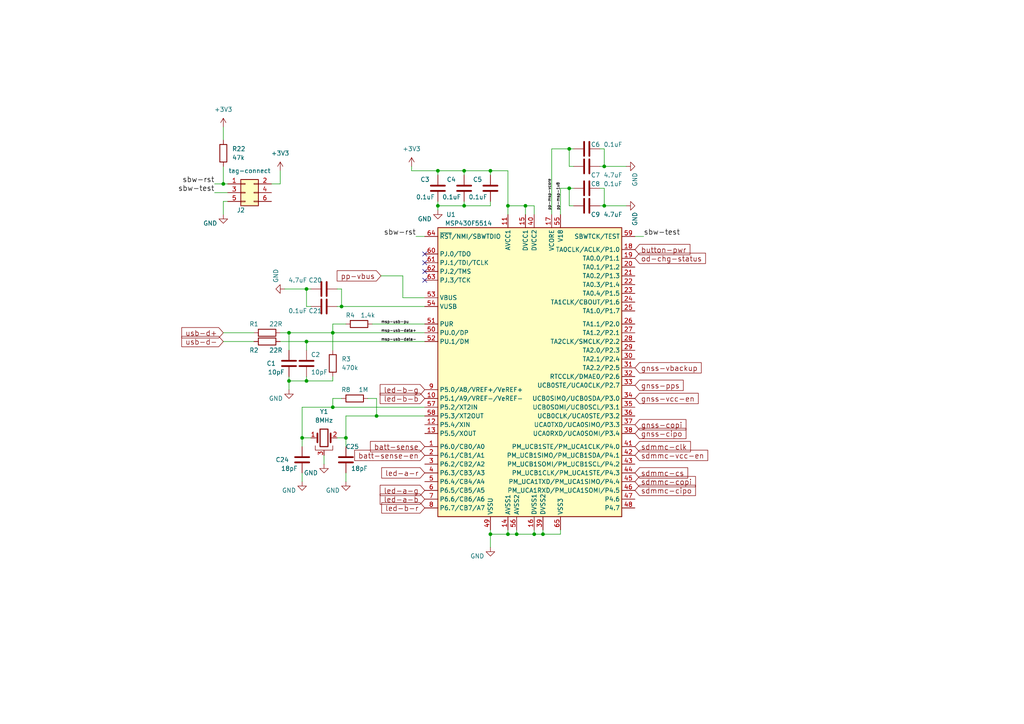
<source format=kicad_sch>
(kicad_sch (version 20211123) (generator eeschema)
  (paper "A4")
  (title_block (title "gps-logger") (date "2022-02-14") (rev "v2.3.a") (company "Greg Davill") (comment 4 "Simple GPS logger with low power features"))
  (lib_symbols
    (symbol "Connector_Generic:Conn_02x03_Odd_Even" (pin_names (offset 1.016) hide)
      (property "Reference" "J" (at 1.27 5.08 0))
      (property "Value" "Conn_02x03_Odd_Even" (at 1.27 -5.08 0))
      (symbol "Conn_02x03_Odd_Even_1_1"
        (rectangle (start -1.27 -2.413) (end 0 -2.667) (stroke (width 0.1524)))
        (rectangle (start -1.27 0.127) (end 0 -0.127) (stroke (width 0.1524)))
        (rectangle (start -1.27 2.667) (end 0 2.413) (stroke (width 0.1524)))
        (rectangle (start -1.27 3.81) (end 3.81 -3.81) (stroke (width 0.254)) (fill (type background)))
        (rectangle (start 3.81 -2.413) (end 2.54 -2.667) (stroke (width 0.1524)))
        (rectangle (start 3.81 0.127) (end 2.54 -0.127) (stroke (width 0.1524)))
        (rectangle (start 3.81 2.667) (end 2.54 2.413) (stroke (width 0.1524)))
        (pin passive line (at -5.08 2.54 0) (length 3.81) (name "Pin_1") (number "1"))
        (pin passive line (at 7.62 2.54 180) (length 3.81) (name "Pin_2") (number "2"))
        (pin passive line (at -5.08 0 0) (length 3.81) (name "Pin_3") (number "3"))
        (pin passive line (at 7.62 0 180) (length 3.81) (name "Pin_4") (number "4"))
        (pin passive line (at -5.08 -2.54 0) (length 3.81) (name "Pin_5") (number "5"))
        (pin passive line (at 7.62 -2.54 180) (length 3.81) (name "Pin_6") (number "6"))
      )
    )
    (symbol "Device:C" (pin_numbers hide) (pin_names (offset 0.254))
      (property "Reference" "C" (at 0.635 2.54 0))
      (property "Value" "C" (at 0.635 -2.54 0))
      (symbol "C_0_1"
        (polyline (pts (xy -2.032 -0.762) (xy 2.032 -0.762)) (stroke (width 0.508)))
        (polyline (pts (xy -2.032 0.762) (xy 2.032 0.762)) (stroke (width 0.508)))
      )
      (symbol "C_1_1"
        (pin passive line (at 0 3.81 270) (length 2.794) (name "~") (number "1"))
        (pin passive line (at 0 -3.81 90) (length 2.794) (name "~") (number "2"))
      )
    )
    (symbol "Device:Crystal_GND3" (pin_names (offset 1.016) hide)
      (property "Reference" "Y" (at 0 5.715 0))
      (property "Value" "Crystal_GND3" (at 0 3.81 0))
      (symbol "Crystal_GND3_0_1"
        (rectangle (start -1.143 2.54) (end 1.143 -2.54) (stroke (width 0.3048)))
        (polyline (pts (xy -2.54 0) (xy -1.905 0)))
        (polyline (pts (xy -1.905 -1.27) (xy -1.905 1.27)) (stroke (width 0.508)))
        (polyline (pts (xy 0 -3.81) (xy 0 -3.556)))
        (polyline (pts (xy 1.905 0) (xy 2.54 0)))
        (polyline (pts (xy 1.905 1.27) (xy 1.905 -1.27)) (stroke (width 0.508)))
        (polyline (pts (xy -2.54 -2.286) (xy -2.54 -3.556) (xy 2.54 -3.556) (xy 2.54 -2.286)))
      )
      (symbol "Crystal_GND3_1_1"
        (pin passive line (at -3.81 0 0) (length 1.27) (name "1") (number "1"))
        (pin passive line (at 3.81 0 180) (length 1.27) (name "2") (number "2"))
        (pin passive line (at 0 -5.08 90) (length 1.27) (name "3") (number "3"))
      )
    )
    (symbol "Device:R" (pin_numbers hide) (pin_names (offset 0))
      (property "Reference" "R" (at 2.032 0 90))
      (property "Value" "R" (at 0 0 90))
      (symbol "R_0_1"
        (rectangle (start -1.016 -2.54) (end 1.016 2.54) (stroke (width 0.254)))
      )
      (symbol "R_1_1"
        (pin passive line (at 0 3.81 270) (length 1.27) (name "~") (number "1"))
        (pin passive line (at 0 -3.81 90) (length 1.27) (name "~") (number "2"))
      )
    )
    (symbol "MCU_Texas_MSP430:MSP430F5524IYFF"
      (property "Reference" "U?" (at 0 50.8 0))
      (property "Value" "MSP430F5524IYFF" (at 0 48.26 0))
      (symbol "MSP430F5524IYFF_0_1"
        (rectangle (start -26.67 41.91) (end 26.67 -41.91) (stroke (width 0.254)) (fill (type background)))
      )
      (symbol "MSP430F5524IYFF_1_1"
        (pin bidirectional line (at -30.48 -21.59 0) (length 3.81) (name "P6.0/CB0/A0") (number "1"))
        (pin bidirectional line (at -30.48 -7.62 0) (length 3.81) (name "P5.1/A9/VREF-/VeREF-") (number "10"))
        (pin power_in line (at -6.35 45.72 270) (length 3.81) (name "AVCC1") (number "11"))
        (pin bidirectional line (at -30.48 -15.24 0) (length 3.81) (name "P5.4/XIN") (number "12"))
        (pin bidirectional line (at -30.48 -17.78 0) (length 3.81) (name "P5.5/XOUT") (number "13"))
        (pin power_in line (at -6.35 -45.72 90) (length 3.81) (name "AVSS1") (number "14"))
        (pin power_in line (at -1.27 45.72 270) (length 3.81) (name "DVCC1") (number "15"))
        (pin power_in line (at 1.27 -45.72 90) (length 3.81) (name "DVSS1") (number "16"))
        (pin bidirectional line (at 6.35 45.72 270) (length 3.81) (name "VCORE") (number "17"))
        (pin bidirectional line (at 30.48 35.56 180) (length 3.81) (name "TA0CLK/ACLK/P1.0") (number "18"))
        (pin bidirectional line (at 30.48 33.02 180) (length 3.81) (name "TA0.0/P1.1") (number "19"))
        (pin bidirectional line (at -30.48 -24.13 0) (length 3.81) (name "P6.1/CB1/A1") (number "2"))
        (pin bidirectional line (at 30.48 30.48 180) (length 3.81) (name "TA0.1/P1.2") (number "20"))
        (pin bidirectional line (at 30.48 27.94 180) (length 3.81) (name "TA0.2/P1.3") (number "21"))
        (pin bidirectional line (at 30.48 25.4 180) (length 3.81) (name "TA0.3/P1.4") (number "22"))
        (pin bidirectional line (at 30.48 22.86 180) (length 3.81) (name "TA0.4/P1.5") (number "23"))
        (pin bidirectional line (at 30.48 20.32 180) (length 3.81) (name "TA1CLK/CBOUT/P1.6") (number "24"))
        (pin bidirectional line (at 30.48 17.78 180) (length 3.81) (name "TA1.0/P1.7") (number "25"))
        (pin bidirectional line (at 30.48 13.97 180) (length 3.81) (name "TA1.1/P2.0") (number "26"))
        (pin bidirectional line (at 30.48 11.43 180) (length 3.81) (name "TA1.2/P2.1") (number "27"))
        (pin bidirectional line (at 30.48 8.89 180) (length 3.81) (name "TA2CLK/SMCLK/P2.2") (number "28"))
        (pin bidirectional line (at 30.48 6.35 180) (length 3.81) (name "TA2.0/P2.3") (number "29"))
        (pin bidirectional line (at -30.48 -26.67 0) (length 3.81) (name "P6.2/CB2/A2") (number "3"))
        (pin bidirectional line (at 30.48 3.81 180) (length 3.81) (name "TA2.1/P2.4") (number "30"))
        (pin bidirectional line (at 30.48 1.27 180) (length 3.81) (name "TA2.2/P2.5") (number "31"))
        (pin bidirectional line (at 30.48 -1.27 180) (length 3.81) (name "RTCCLK/DMAE0/P2.6") (number "32"))
        (pin bidirectional line (at 30.48 -3.81 180) (length 3.81) (name "UCB0STE/UCA0CLK/P2.7") (number "33"))
        (pin bidirectional line (at 30.48 -7.62 180) (length 3.81) (name "UCB0SIMO/UCB0SDA/P3.0") (number "34"))
        (pin bidirectional line (at 30.48 -10.16 180) (length 3.81) (name "UCB0SOMI/UCB0SCL/P3.1") (number "35"))
        (pin bidirectional line (at 30.48 -12.7 180) (length 3.81) (name "UCB0CLK/UCA0STE/P3.2") (number "36"))
        (pin bidirectional line (at 30.48 -15.24 180) (length 3.81) (name "UCA0TXD/UCA0SIMO/P3.3") (number "37"))
        (pin bidirectional line (at 30.48 -17.78 180) (length 3.81) (name "UCA0RXD/UCA0SOMI/P3.4") (number "38"))
        (pin power_in line (at 3.81 -45.72 90) (length 3.81) (name "DVSS2") (number "39"))
        (pin bidirectional line (at -30.48 -29.21 0) (length 3.81) (name "P6.3/CB3/A3") (number "4"))
        (pin power_in line (at 1.27 45.72 270) (length 3.81) (name "DVCC2") (number "40"))
        (pin bidirectional line (at 30.48 -21.59 180) (length 3.81) (name "PM_UCB1STE/PM_UCA1CLK/P4.0") (number "41"))
        (pin bidirectional line (at 30.48 -24.13 180) (length 3.81) (name "PM_UCB1SIMO/PM_UCB1SDA/P4.1") (number "42"))
        (pin bidirectional line (at 30.48 -26.67 180) (length 3.81) (name "PM_UCB1SOMI/PM_UCB1SCL/P4.2") (number "43"))
        (pin bidirectional line (at 30.48 -29.21 180) (length 3.81) (name "PM_UCB1CLK/PM_UCA1STE/P4.3") (number "44"))
        (pin bidirectional line (at 30.48 -31.75 180) (length 3.81) (name "PM_UCA1TXD/PM_UCA1SIMO/P4.4") (number "45"))
        (pin bidirectional line (at 30.48 -34.29 180) (length 3.81) (name "PM_UCA1RXD/PM_UCA1SOMI/P4.5") (number "46"))
        (pin bidirectional line (at 30.48 -36.83 180) (length 3.81) (name "P4.6") (number "47"))
        (pin bidirectional line (at 30.48 -39.37 180) (length 3.81) (name "P4.7") (number "48"))
        (pin power_in line (at -11.43 -45.72 90) (length 3.81) (name "VSSU") (number "49"))
        (pin bidirectional line (at -30.48 -31.75 0) (length 3.81) (name "P6.4/CB4/A4") (number "5"))
        (pin bidirectional line (at -30.48 11.43 0) (length 3.81) (name "PU.0/DP") (number "50"))
        (pin bidirectional line (at -30.48 13.97 0) (length 3.81) (name "PUR") (number "51"))
        (pin bidirectional line (at -30.48 8.89 0) (length 3.81) (name "PU.1/DM") (number "52"))
        (pin power_in line (at -30.48 21.59 0) (length 3.81) (name "VBUS") (number "53"))
        (pin power_out line (at -30.48 19.05 0) (length 3.81) (name "VUSB") (number "54"))
        (pin passive line (at 8.89 45.72 270) (length 3.81) (name "V18") (number "55"))
        (pin power_in line (at -3.81 -45.72 90) (length 3.81) (name "AVSS2") (number "56"))
        (pin bidirectional line (at -30.48 -10.16 0) (length 3.81) (name "P5.2/XT2IN") (number "57"))
        (pin bidirectional line (at -30.48 -12.7 0) (length 3.81) (name "P5.3/XT2OUT") (number "58"))
        (pin input line (at 30.48 39.37 180) (length 3.81) (name "SBWTCK/TEST") (number "59"))
        (pin bidirectional line (at -30.48 -34.29 0) (length 3.81) (name "P6.5/CB5/A5") (number "6"))
        (pin bidirectional line (at -30.48 34.29 0) (length 3.81) (name "PJ.0/TDO") (number "60"))
        (pin bidirectional line (at -30.48 31.75 0) (length 3.81) (name "PJ.1/TDI/TCLK") (number "61"))
        (pin bidirectional line (at -30.48 29.21 0) (length 3.81) (name "PJ.2/TMS") (number "62"))
        (pin bidirectional line (at -30.48 26.67 0) (length 3.81) (name "PJ.3/TCK") (number "63"))
        (pin input line (at -30.48 39.37 0) (length 3.81) (name "~{RST}/NMI/SBWTDIO") (number "64"))
        (pin power_in line (at 8.89 -45.72 90) (length 3.81) (name "VSS3") (number "65"))
        (pin bidirectional line (at -30.48 -36.83 0) (length 3.81) (name "P6.6/CB6/A6") (number "7"))
        (pin bidirectional line (at -30.48 -39.37 0) (length 3.81) (name "P6.7/CB7/A7") (number "8"))
        (pin bidirectional line (at -30.48 -5.08 0) (length 3.81) (name "P5.0/A8/VREF+/VeREF+") (number "9"))
      )
    )
    (symbol "power:+3V3" (power) (pin_names (offset 0))
      (property "Value" "+3V3" (at 0 3.556 0))
      (symbol "+3V3_0_1"
        (polyline (pts (xy -0.762 1.27) (xy 0 2.54)))
        (polyline (pts (xy 0 0) (xy 0 2.54)))
        (polyline (pts (xy 0 2.54) (xy 0.762 1.27)))
      )
      (symbol "+3V3_1_1"
        (pin power_in line (at 0 0 90) (length 0) hide (name "+3V3") (number "1"))
      )
    )
    (symbol "power:GND" (power) (pin_names (offset 0))
      (property "Value" "GND" (at 0 -3.81 0))
      (symbol "GND_0_1"
        (polyline (pts (xy 0 0) (xy 0 -1.27) (xy 1.27 -1.27) (xy 0 -2.54) (xy -1.27 -1.27) (xy 0 -1.27)))
      )
      (symbol "GND_1_1"
        (pin power_in line (at 0 0 270) (length 0) hide (name "GND") (number "1"))
      )
    )
  )
  (junction (at 83.82 110.49))
  (junction (at 134.62 59.69))
  (junction (at 127 49.53))
  (junction (at 165.1 43.18))
  (junction (at 175.26 48.26))
  (junction (at 175.26 59.69))
  (junction (at 134.62 49.53))
  (junction (at 127 59.69))
  (junction (at 147.32 154.94))
  (junction (at 152.4 59.69))
  (junction (at 88.9 83.82))
  (junction (at 147.32 59.69))
  (junction (at 165.1 54.61))
  (junction (at 87.63 127))
  (junction (at 109.22 120.65))
  (junction (at 64.77 53.34))
  (junction (at 99.06 88.9))
  (junction (at 100.33 127))
  (junction (at 157.48 154.94))
  (junction (at 83.82 96.52))
  (junction (at 154.94 154.94))
  (junction (at 96.52 96.52))
  (junction (at 142.24 49.53))
  (junction (at 88.9 110.49))
  (junction (at 88.9 99.06))
  (junction (at 96.52 118.11))
  (junction (at 142.24 154.94))
  (junction (at 149.86 154.94))
  (no_connect (at 123.19 73.66))
  (no_connect (at 123.19 76.2))
  (no_connect (at 123.19 78.74))
  (no_connect (at 123.19 81.28))
  (wire (pts (xy 154.94 153.67) (xy 154.94 154.94)))
  (wire (pts (xy 154.94 154.94) (xy 149.86 154.94)))
  (wire (pts (xy 152.4 59.69) (xy 147.32 59.69)))
  (wire (pts (xy 152.4 62.23) (xy 152.4 59.69)))
  (wire (pts (xy 96.52 93.98) (xy 96.52 96.52)))
  (wire (pts (xy 87.63 137.16) (xy 87.63 139.7)))
  (wire (pts (xy 162.56 54.61) (xy 165.1 54.61)))
  (wire (pts (xy 162.56 62.23) (xy 162.56 54.61)))
  (wire (pts (xy 100.33 120.65) (xy 100.33 127)))
  (wire (pts (xy 100.33 127) (xy 97.79 127)))
  (wire (pts (xy 109.22 120.65) (xy 100.33 120.65)))
  (wire (pts (xy 123.19 120.65) (xy 109.22 120.65)))
  (wire (pts (xy 100.33 93.98) (xy 96.52 93.98)))
  (wire (pts (xy 93.98 132.08) (xy 93.98 134.62)))
  (wire (pts (xy 134.62 58.42) (xy 134.62 59.69)))
  (wire (pts (xy 127 58.42) (xy 127 59.69)))
  (wire (pts (xy 160.02 43.18) (xy 160.02 62.23)))
  (wire (pts (xy 173.99 48.26) (xy 175.26 48.26)))
  (wire (pts (xy 88.9 88.9) (xy 88.9 83.82)))
  (wire (pts (xy 175.26 48.26) (xy 181.61 48.26)))
  (wire (pts (xy 62.23 55.88) (xy 66.04 55.88)))
  (wire (pts (xy 87.63 118.11) (xy 87.63 127)))
  (wire (pts (xy 87.63 118.11) (xy 96.52 118.11)))
  (wire (pts (xy 90.17 127) (xy 87.63 127)))
  (wire (pts (xy 96.52 118.11) (xy 123.19 118.11)))
  (wire (pts (xy 99.06 83.82) (xy 99.06 88.9)))
  (wire (pts (xy 165.1 43.18) (xy 166.37 43.18)))
  (wire (pts (xy 165.1 48.26) (xy 165.1 43.18)))
  (wire (pts (xy 96.52 115.57) (xy 96.52 118.11)))
  (wire (pts (xy 99.06 115.57) (xy 96.52 115.57)))
  (wire (pts (xy 88.9 110.49) (xy 83.82 110.49)))
  (wire (pts (xy 96.52 109.22) (xy 96.52 110.49)))
  (wire (pts (xy 96.52 110.49) (xy 88.9 110.49)))
  (wire (pts (xy 81.28 96.52) (xy 83.82 96.52)))
  (wire (pts (xy 83.82 96.52) (xy 96.52 96.52)))
  (wire (pts (xy 96.52 96.52) (xy 123.19 96.52)))
  (wire (pts (xy 83.82 96.52) (xy 83.82 101.6)))
  (wire (pts (xy 110.49 80.01) (xy 116.84 80.01)))
  (wire (pts (xy 116.84 86.36) (xy 116.84 80.01)))
  (wire (pts (xy 123.19 86.36) (xy 116.84 86.36)))
  (wire (pts (xy 119.38 48.26) (xy 119.38 49.53)))
  (wire (pts (xy 147.32 49.53) (xy 147.32 59.69)))
  (wire (pts (xy 147.32 59.69) (xy 147.32 62.23)))
  (wire (pts (xy 90.17 83.82) (xy 88.9 83.82)))
  (wire (pts (xy 106.68 115.57) (xy 109.22 115.57)))
  (wire (pts (xy 109.22 115.57) (xy 109.22 120.65)))
  (wire (pts (xy 165.1 54.61) (xy 166.37 54.61)))
  (wire (pts (xy 165.1 59.69) (xy 165.1 54.61)))
  (wire (pts (xy 166.37 59.69) (xy 165.1 59.69)))
  (wire (pts (xy 99.06 88.9) (xy 123.19 88.9)))
  (wire (pts (xy 142.24 49.53) (xy 147.32 49.53)))
  (wire (pts (xy 142.24 50.8) (xy 142.24 49.53)))
  (wire (pts (xy 83.82 109.22) (xy 83.82 110.49)))
  (wire (pts (xy 83.82 110.49) (xy 83.82 113.03)))
  (wire (pts (xy 119.38 49.53) (xy 127 49.53)))
  (wire (pts (xy 127 49.53) (xy 134.62 49.53)))
  (wire (pts (xy 134.62 49.53) (xy 142.24 49.53)))
  (wire (pts (xy 88.9 83.82) (xy 82.55 83.82)))
  (wire (pts (xy 99.06 88.9) (xy 97.79 88.9)))
  (wire (pts (xy 64.77 99.06) (xy 73.66 99.06)))
  (wire (pts (xy 62.23 53.34) (xy 64.77 53.34)))
  (wire (pts (xy 64.77 53.34) (xy 66.04 53.34)))
  (wire (pts (xy 184.15 68.58) (xy 186.69 68.58)))
  (wire (pts (xy 87.63 127) (xy 87.63 129.54)))
  (wire (pts (xy 90.17 88.9) (xy 88.9 88.9)))
  (wire (pts (xy 96.52 96.52) (xy 96.52 101.6)))
  (wire (pts (xy 166.37 48.26) (xy 165.1 48.26)))
  (wire (pts (xy 64.77 36.83) (xy 64.77 40.64)))
  (wire (pts (xy 162.56 153.67) (xy 162.56 154.94)))
  (wire (pts (xy 162.56 154.94) (xy 157.48 154.94)))
  (wire (pts (xy 127 50.8) (xy 127 49.53)))
  (wire (pts (xy 100.33 137.16) (xy 100.33 139.7)))
  (wire (pts (xy 64.77 48.26) (xy 64.77 53.34)))
  (wire (pts (xy 134.62 50.8) (xy 134.62 49.53)))
  (wire (pts (xy 81.28 99.06) (xy 88.9 99.06)))
  (wire (pts (xy 88.9 99.06) (xy 123.19 99.06)))
  (wire (pts (xy 97.79 83.82) (xy 99.06 83.82)))
  (wire (pts (xy 157.48 153.67) (xy 157.48 154.94)))
  (wire (pts (xy 157.48 154.94) (xy 154.94 154.94)))
  (wire (pts (xy 175.26 43.18) (xy 175.26 48.26)))
  (wire (pts (xy 149.86 153.67) (xy 149.86 154.94)))
  (wire (pts (xy 149.86 154.94) (xy 147.32 154.94)))
  (wire (pts (xy 107.95 93.98) (xy 123.19 93.98)))
  (wire (pts (xy 100.33 127) (xy 100.33 129.54)))
  (wire (pts (xy 88.9 99.06) (xy 88.9 101.6)))
  (wire (pts (xy 127 59.69) (xy 134.62 59.69)))
  (wire (pts (xy 127 60.96) (xy 127 59.69)))
  (wire (pts (xy 134.62 59.69) (xy 142.24 59.69)))
  (wire (pts (xy 142.24 58.42) (xy 142.24 59.69)))
  (wire (pts (xy 64.77 96.52) (xy 73.66 96.52)))
  (wire (pts (xy 78.74 53.34) (xy 81.28 53.34)))
  (wire (pts (xy 81.28 49.53) (xy 81.28 53.34)))
  (wire (pts (xy 173.99 59.69) (xy 175.26 59.69)))
  (wire (pts (xy 175.26 59.69) (xy 181.61 59.69)))
  (wire (pts (xy 88.9 109.22) (xy 88.9 110.49)))
  (wire (pts (xy 120.65 68.58) (xy 123.19 68.58)))
  (wire (pts (xy 142.24 153.67) (xy 142.24 154.94)))
  (wire (pts (xy 142.24 154.94) (xy 142.24 158.75)))
  (wire (pts (xy 147.32 153.67) (xy 147.32 154.94)))
  (wire (pts (xy 147.32 154.94) (xy 142.24 154.94)))
  (wire (pts (xy 173.99 54.61) (xy 175.26 54.61)))
  (wire (pts (xy 175.26 54.61) (xy 175.26 59.69)))
  (wire (pts (xy 160.02 43.18) (xy 165.1 43.18)))
  (wire (pts (xy 154.94 59.69) (xy 152.4 59.69)))
  (wire (pts (xy 154.94 62.23) (xy 154.94 59.69)))
  (wire (pts (xy 64.77 58.42) (xy 64.77 62.23)))
  (wire (pts (xy 66.04 58.42) (xy 64.77 58.42)))
  (wire (pts (xy 173.99 43.18) (xy 175.26 43.18)))
  (label "msp-usb-data-" (at 110.49 99.06 0) (effects (font (size 0.8 0.8))))
  (label "sbw-rst" (at 120.65 68.58 180) (effects (font (size 1.524 1.524))))
  (label "sbw-test" (at 186.69 68.58 0) (effects (font (size 1.524 1.524))))
  (label "sbw-test" (at 62.23 55.88 180) (effects (font (size 1.524 1.524))))
  (label "msp-usb-data+" (at 110.49 96.52 0) (effects (font (size 0.8 0.8))))
  (label "pp-msp-vcore" (at 160.02 60.96 90) (effects (font (size 0.8 0.8))))
  (label "sbw-rst" (at 62.23 53.34 180) (effects (font (size 1.524 1.524))))
  (label "msp-usb-pu" (at 110.49 93.98 0) (effects (font (size 0.8 0.8))))
  (label "pp-msp-1v8" (at 162.56 60.96 90) (effects (font (size 0.8 0.8))))
  (global_label "sdmmc-cipo" (shape input) (at 184.15 142.24 0) (effects (font (size 1.524 1.524))) (property "Intersheet References" "${INTERSHEET_REFS}" (effects hide)))
  (global_label "gnss-copi" (shape input) (at 184.15 123.19 0) (effects (font (size 1.524 1.524))) (property "Intersheet References" "${INTERSHEET_REFS}" (effects hide)))
  (global_label "sdmmc-copi" (shape input) (at 184.15 139.7 0) (effects (font (size 1.524 1.524))) (property "Intersheet References" "${INTERSHEET_REFS}" (effects hide)))
  (global_label "pp-vbus" (shape input) (at 110.49 80.01 180) (effects (font (size 1.524 1.524))) (property "Intersheet References" "${INTERSHEET_REFS}" (effects hide)))
  (global_label "usb-d-" (shape input) (at 64.77 99.06 180) (effects (font (size 1.524 1.524))) (property "Intersheet References" "${INTERSHEET_REFS}" (effects hide)))
  (global_label "batt-sense-en" (shape input) (at 123.19 132.08 180) (effects (font (size 1.524 1.524))) (property "Intersheet References" "${INTERSHEET_REFS}" (effects hide)))
  (global_label "gnss-vcc-en" (shape input) (at 184.15 115.57 0) (effects (font (size 1.524 1.524))) (property "Intersheet References" "${INTERSHEET_REFS}" (effects hide)))
  (global_label "sdmmc-vcc-en" (shape input) (at 184.15 132.08 0) (effects (font (size 1.524 1.524))) (property "Intersheet References" "${INTERSHEET_REFS}" (effects hide)))
  (global_label "gnss-pps" (shape input) (at 184.15 111.76 0) (effects (font (size 1.524 1.524))) (property "Intersheet References" "${INTERSHEET_REFS}" (effects hide)))
  (global_label "led-b-b" (shape input) (at 123.19 115.57 180) (effects (font (size 1.524 1.524))) (property "Intersheet References" "${INTERSHEET_REFS}" (effects hide)))
  (global_label "gnss-cipo" (shape input) (at 184.15 125.73 0) (effects (font (size 1.524 1.524))) (property "Intersheet References" "${INTERSHEET_REFS}" (effects hide)))
  (global_label "led-a-b" (shape input) (at 123.19 144.78 180) (effects (font (size 1.524 1.524))) (property "Intersheet References" "${INTERSHEET_REFS}" (effects hide)))
  (global_label "sdmmc-cs" (shape input) (at 184.15 137.16 0) (effects (font (size 1.524 1.524))) (property "Intersheet References" "${INTERSHEET_REFS}" (effects hide)))
  (global_label "led-a-g" (shape input) (at 123.19 142.24 180) (effects (font (size 1.524 1.524))) (property "Intersheet References" "${INTERSHEET_REFS}" (effects hide)))
  (global_label "led-a-r" (shape input) (at 123.19 137.16 180) (effects (font (size 1.524 1.524))) (property "Intersheet References" "${INTERSHEET_REFS}" (effects hide)))
  (global_label "led-b-r" (shape input) (at 123.19 147.32 180) (effects (font (size 1.524 1.524))) (property "Intersheet References" "${INTERSHEET_REFS}" (effects hide)))
  (global_label "batt-sense" (shape input) (at 123.19 129.54 180) (effects (font (size 1.524 1.524))) (property "Intersheet References" "${INTERSHEET_REFS}" (effects hide)))
  (global_label "led-b-g" (shape input) (at 123.19 113.03 180) (effects (font (size 1.524 1.524))) (property "Intersheet References" "${INTERSHEET_REFS}" (effects hide)))
  (global_label "sdmmc-clk" (shape input) (at 184.15 129.54 0) (effects (font (size 1.524 1.524))) (property "Intersheet References" "${INTERSHEET_REFS}" (effects hide)))
  (global_label "gnss-vbackup" (shape input) (at 184.15 106.68 0) (effects (font (size 1.524 1.524))) (property "Intersheet References" "${INTERSHEET_REFS}" (effects hide)))
  (global_label "button-pwr" (shape input) (at 184.15 72.39 0) (effects (font (size 1.524 1.524))) (property "Intersheet References" "${INTERSHEET_REFS}" (effects hide)))
  (global_label "usb-d+" (shape input) (at 64.77 96.52 180) (effects (font (size 1.524 1.524))) (property "Intersheet References" "${INTERSHEET_REFS}" (effects hide)))
  (global_label "od-chg-status" (shape input) (at 184.15 74.93 0) (effects (font (size 1.524 1.524))) (property "Intersheet References" "${INTERSHEET_REFS}" (effects hide)))
  (symbol (lib_id "Device:R") (at 77.47 99.06 90) (unit 1)
    (property "Reference" "R2" (at 73.66 101.6 90))
    (property "Value" "22R" (at 80.01 101.6 90))
    (property "Footprint" "Resistor_SMD:R_0402_1005Metric" (effects hide))
  )
  (symbol (lib_id "Device:R") (at 102.87 115.57 90) (unit 1)
    (property "Reference" "R8" (at 100.33 113.03 90))
    (property "Value" "1M" (at 105.41 113.03 90))
    (property "Footprint" "Resistor_SMD:R_0402_1005Metric" (effects hide))
  )
  (symbol (lib_id "Device:C") (at 100.33 133.35 0) (unit 1)
    (property "Reference" "C25" (at 104.14 129.5399 0) (effects (justify right)))
    (property "Value" "18pF" (at 106.68 135.8899 0) (effects (justify right)))
    (property "Footprint" "Capacitor_SMD:C_0402_1005Metric" (effects hide))
  )
  (symbol (lib_id "Device:R") (at 64.77 44.45 180) (unit 1)
    (property "Reference" "R22" (at 67.31 43.1799 0) (effects (justify right)))
    (property "Value" "47k" (at 67.31 45.7199 0) (effects (justify right)))
    (property "Footprint" "Resistor_SMD:R_0402_1005Metric" (effects hide))
  )
  (symbol (lib_id "Device:C") (at 170.18 59.69 90) (unit 1)
    (property "Reference" "C9" (at 172.72 62.23 90))
    (property "Value" "4.7uF" (at 177.8 62.23 90))
    (property "Footprint" "Capacitor_SMD:C_0402_1005Metric" (effects hide))
  )
  (symbol (lib_id "power:GND") (at 127 60.96 0) (unit 1)
    (property "Reference" "#PWR0101" (effects hide))
    (property "Value" "GND" (at 123.19 63.5 0))
  )
  (symbol (lib_id "power:+3V3") (at 119.38 48.26 0) (unit 1)
    (property "Reference" "#PWR0102" (effects hide))
    (property "Value" "+3V3" (at 119.38 43.18 0))
  )
  (symbol (lib_id "Device:C") (at 134.62 54.61 0) (unit 1)
    (property "Reference" "C4" (at 129.54 52.0699 0) (effects (justify left)))
    (property "Value" "0.1uF" (at 128.27 57.1499 0) (effects (justify left)))
    (property "Footprint" "Capacitor_SMD:C_0402_1005Metric" (effects hide))
  )
  (symbol (lib_id "Device:C") (at 83.82 105.41 0) (unit 1)
    (property "Reference" "C1" (at 80.01 105.4099 0) (effects (justify right)))
    (property "Value" "10pF" (at 82.55 107.9499 0) (effects (justify right)))
    (property "Footprint" "Capacitor_SMD:C_0402_1005Metric" (effects hide))
  )
  (symbol (lib_id "power:+3V3") (at 64.77 36.83 0) (unit 1)
    (property "Reference" "#PWR0128" (effects hide))
    (property "Value" "+3V3" (at 64.77 31.75 0))
  )
  (symbol (lib_id "Device:Crystal_GND3") (at 93.98 127 0) (unit 1)
    (property "Reference" "Y1" (at 93.98 119.38 0))
    (property "Value" "8MHz" (at 93.98 121.92 0))
    (property "Footprint" "Crystal:Crystal_SMD_Abracon_ABM8G-4Pin_3.2x2.5mm" (effects hide))
  )
  (symbol (lib_id "power:GND") (at 83.82 113.03 0) (unit 1)
    (property "Reference" "#PWR0105" (effects hide))
    (property "Value" "GND" (at 80.01 115.57 0))
  )
  (symbol (lib_id "power:GND") (at 93.98 134.62 0) (unit 1)
    (property "Reference" "#PWR0129" (effects hide))
    (property "Value" "GND" (at 90.17 137.16 0))
  )
  (symbol (lib_id "Device:C") (at 127 54.61 0) (unit 1)
    (property "Reference" "C3" (at 121.92 52.0699 0) (effects (justify left)))
    (property "Value" "0.1uF" (at 120.65 57.1499 0) (effects (justify left)))
    (property "Footprint" "Capacitor_SMD:C_0402_1005Metric" (effects hide))
  )
  (symbol (lib_id "Device:C") (at 170.18 54.61 270) (unit 1)
    (property "Reference" "C8" (at 172.72 53.34 90))
    (property "Value" "0.1uF" (at 177.8 53.34 90))
    (property "Footprint" "Capacitor_SMD:C_0402_1005Metric" (effects hide))
  )
  (symbol (lib_id "Device:C") (at 142.24 54.61 0) (unit 1)
    (property "Reference" "C5" (at 137.16 52.0699 0) (effects (justify left)))
    (property "Value" "0.1uF" (at 135.89 57.1499 0) (effects (justify left)))
    (property "Footprint" "Capacitor_SMD:C_0402_1005Metric" (effects hide))
  )
  (symbol (lib_id "Device:C") (at 93.98 83.82 270) (unit 1)
    (property "Reference" "C20" (at 91.44 81.28 90))
    (property "Value" "4.7uF" (at 86.36 81.28 90))
    (property "Footprint" "Capacitor_SMD:C_0402_1005Metric" (effects hide))
  )
  (symbol (lib_id "power:GND") (at 142.24 158.75 0) (unit 1)
    (property "Reference" "#PWR0106" (effects hide))
    (property "Value" "GND" (at 138.43 161.29 0))
  )
  (symbol (lib_id "MCU_Texas_MSP430:MSP430F5524IYFF") (at 153.67 107.95 0) (unit 1)
    (property "Reference" "U1" (at 130.81 62.23 0))
    (property "Value" "MSP430F5514" (at 135.89 64.77 0))
    (property "Footprint" "Package_DFN_QFN:QFN-64-1EP_9x9mm_P0.5mm_EP4.35x4.35mm" (effects hide))
    (property "Datasheet" "http://www.ti.com/lit/ds/symlink/msp430f5524.pdf" (effects hide))
  )
  (symbol (lib_id "Device:R") (at 104.14 93.98 90) (unit 1)
    (property "Reference" "R4" (at 101.6 91.44 90))
    (property "Value" "1.4k" (at 106.68 91.44 90))
    (property "Footprint" "Resistor_SMD:R_0402_1005Metric" (effects hide))
  )
  (symbol (lib_id "power:GND") (at 64.77 62.23 0) (unit 1)
    (property "Reference" "#PWR0134" (effects hide))
    (property "Value" "GND" (at 60.96 64.77 0))
  )
  (symbol (lib_id "Device:C") (at 93.98 88.9 90) (unit 1)
    (property "Reference" "C21" (at 91.44 90.17 90))
    (property "Value" "0.1uF" (at 86.36 90.17 90))
    (property "Footprint" "Capacitor_SMD:C_0402_1005Metric" (effects hide))
  )
  (symbol (lib_id "power:GND") (at 100.33 139.7 0) (unit 1)
    (property "Reference" "#PWR0136" (effects hide))
    (property "Value" "GND" (at 96.52 142.24 0))
  )
  (symbol (lib_id "power:GND") (at 82.55 83.82 270) (unit 1)
    (property "Reference" "#PWR0127" (effects hide))
    (property "Value" "GND" (at 80.01 80.01 0))
  )
  (symbol (lib_id "Device:C") (at 88.9 105.41 0) (unit 1)
    (property "Reference" "C2" (at 90.17 102.8699 0) (effects (justify left)))
    (property "Value" "10pF" (at 90.17 107.9499 0) (effects (justify left)))
    (property "Footprint" "Capacitor_SMD:C_0402_1005Metric" (effects hide))
  )
  (symbol (lib_id "power:GND") (at 181.61 59.69 90) (unit 1)
    (property "Reference" "#PWR0104" (effects hide))
    (property "Value" "GND" (at 184.15 63.5 0))
  )
  (symbol (lib_id "Device:C") (at 170.18 43.18 270) (unit 1)
    (property "Reference" "C6" (at 172.72 41.91 90))
    (property "Value" "0.1uF" (at 177.8 41.91 90))
    (property "Footprint" "Capacitor_SMD:C_0402_1005Metric" (effects hide))
  )
  (symbol (lib_id "Device:R") (at 96.52 105.41 0) (unit 1)
    (property "Reference" "R3" (at 99.06 104.1399 0) (effects (justify left)))
    (property "Value" "470k" (at 99.06 106.6799 0) (effects (justify left)))
    (property "Footprint" "Resistor_SMD:R_0402_1005Metric" (effects hide))
  )
  (symbol (lib_id "Device:C") (at 87.63 133.35 0) (unit 1)
    (property "Reference" "C24" (at 83.82 133.3499 0) (effects (justify right)))
    (property "Value" "18pF" (at 86.36 135.8899 0) (effects (justify right)))
    (property "Footprint" "Capacitor_SMD:C_0402_1005Metric" (effects hide))
  )
  (symbol (lib_id "Device:R") (at 77.47 96.52 90) (unit 1)
    (property "Reference" "R1" (at 73.66 93.98 90))
    (property "Value" "22R" (at 80.01 93.98 90))
    (property "Footprint" "Resistor_SMD:R_0402_1005Metric" (effects hide))
  )
  (symbol (lib_id "power:GND") (at 87.63 139.7 0) (unit 1)
    (property "Reference" "#PWR0135" (effects hide))
    (property "Value" "GND" (at 83.82 142.24 0))
  )
  (symbol (lib_id "power:+3V3") (at 81.28 49.53 0) (unit 1)
    (property "Reference" "#PWR0133" (effects hide))
    (property "Value" "+3V3" (at 81.28 44.45 0))
  )
  (symbol (lib_id "power:GND") (at 181.61 48.26 90) (unit 1)
    (property "Reference" "#PWR0103" (effects hide))
    (property "Value" "GND" (at 184.15 52.07 0))
  )
  (symbol (lib_id "Device:C") (at 170.18 48.26 90) (unit 1)
    (property "Reference" "C7" (at 172.72 50.8 90))
    (property "Value" "4.7uF" (at 177.8 50.8 90))
    (property "Footprint" "Capacitor_SMD:C_0402_1005Metric" (effects hide))
  )
  (symbol (lib_id "Connector_Generic:Conn_02x03_Odd_Even") (at 71.12 55.88 0) (unit 1)
    (property "Reference" "J2" (at 69.85 60.96 0))
    (property "Value" "tag-connect" (at 72.39 49.53 0))
    (property "Footprint" "gps-logger:TC2030-NL_SMALL" (effects hide))
  )
)
</source>
